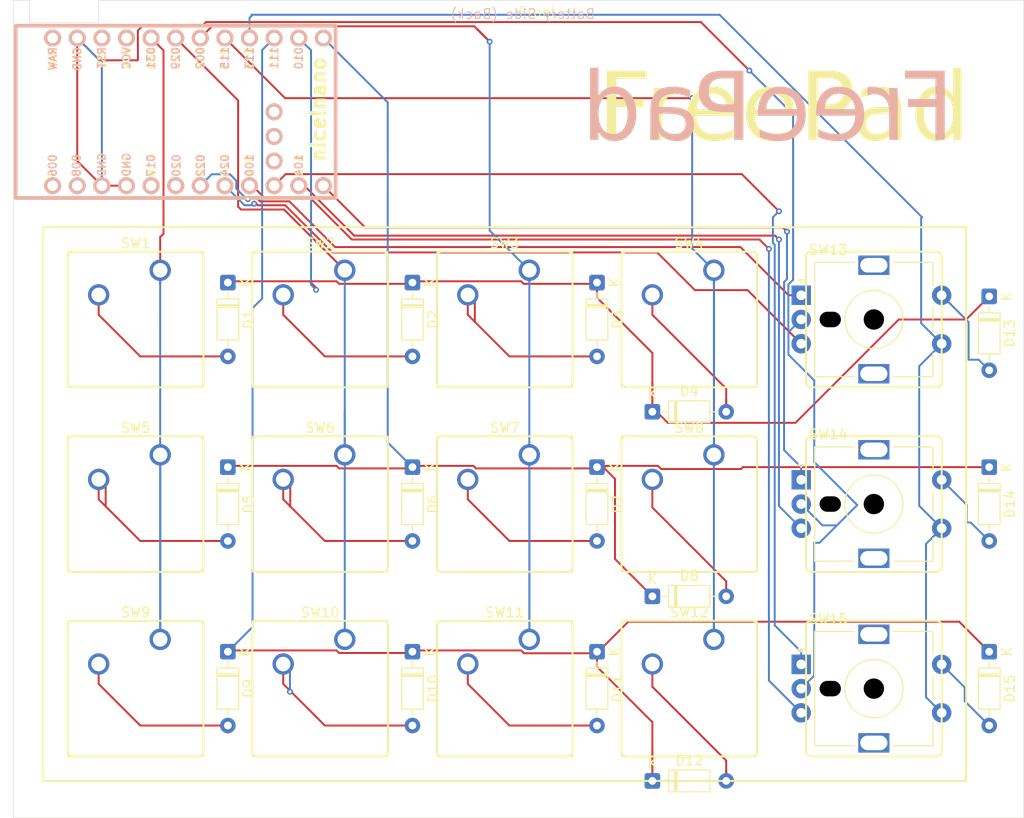
<source format=kicad_pcb>
(kicad_pcb (version 20241229) (generator "pcbnew") (generator_version "9.0")
  (layers (0 "F.Cu" signal) (2 "B.Cu" signal) (13 "F.Paste" user) (15 "B.Paste" user) (5 "F.SilkS" user "F.Silkscreen") (7 "B.SilkS" user "B.Silkscreen") (1 "F.Mask" user) (3 "B.Mask" user) (25 "Edge.Cuts" user))
  (net 0 "")
  (net 10 "Net-(D1-A)")
  (net 11 "NFC2{slash}P0.10")
  (net 12 "Net-(D2-A)")
  (net 13 "Net-(D3-A)")
  (net 14 "Net-(D4-A)")
  (net 15 "Net-(D5-A)")
  (net 16 "NFC1{slash}P0.09")
  (net 17 "Net-(D6-A)")
  (net 18 "Net-(D7-A)")
  (net 19 "Net-(D8-A)")
  (net 20 "P1.11")
  (net 21 "Net-(D9-A)")
  (net 22 "Net-(D10-A)")
  (net 23 "Net-(D11-A)")
  (net 24 "Net-(D12-A)")
  (net 25 "Net-(D13-A)")
  (net 26 "Net-(D14-A)")
  (net 27 "Net-(D15-A)")
  (net 28 "AIN7{slash}P0.31")
  (net 29 "AIN5{slash}P0.29")
  (net 30 "AIN0{slash}P0.02")
  (net 31 "P1.15")
  (net 32 "P1.02")
  (net 33 "P1.01")
  (net 34 "GND")
  (net 35 "P1.13")
  (net 36 "P1.04")
  (net 37 "P1.06")
  (net 38 "P0.11")
  (net 39 "P1.00")
  (net 40 "+")
  (footprint "Diode_THT:D_DO-35_SOD27_P7.62mm_Horizontal" (layer "F.Cu") (at 178.5938 91.44 -90)
    (property "Reference" "D10")
    (property "Value" "1N4148")
  )
  (footprint "Button_Switch_Keyboard:SW_Cherry_MX_1.00u_PCB" (layer "F.Cu") (at 152.5588 71.12)
    (property "Reference" "SW5")
    (property "Value" "SW_Push")
  )
  (footprint "Diode_THT:D_DO-35_SOD27_P7.62mm_Horizontal" (layer "F.Cu") (at 238.125 91.44 -90)
    (property "Reference" "D15")
    (property "Value" "1N4148")
  )
  (footprint "Diode_THT:D_DO-35_SOD27_P7.62mm_Horizontal" (layer "F.Cu") (at 197.6438 91.44 -90)
    (property "Reference" "D11")
    (property "Value" "1N4148")
  )
  (footprint "Diode_THT:D_DO-35_SOD27_P7.62mm_Horizontal" (layer "F.Cu") (at 159.5438 53.34 -90)
    (property "Reference" "D1")
    (property "Value" "1N4148")
  )
  (footprint "Rotary_Encoder:RotaryEncoder_Alps_EC11E-Switch_Vertical_H20mm_MountingHoles" (layer "F.Cu") (at 218.7188 54.65)
    (property "Reference" "SW13")
    (property "Value" "RotaryEncoder_Switch")
  )
  (footprint "Diode_THT:D_DO-35_SOD27_P7.62mm_Horizontal" (layer "F.Cu") (at 203.3588 104.775)
    (property "Reference" "D12")
    (property "Value" "1N4148")
  )
  (footprint "Diode_THT:D_DO-35_SOD27_P7.62mm_Horizontal" (layer "F.Cu") (at 197.6438 53.34 -90)
    (property "Reference" "D3")
    (property "Value" "1N4148")
  )
  (footprint "Diode_THT:D_DO-35_SOD27_P7.62mm_Horizontal" (layer "F.Cu") (at 178.5938 53.34 -90)
    (property "Reference" "D2")
    (property "Value" "1N4148")
  )
  (footprint "Diode_THT:D_DO-35_SOD27_P7.62mm_Horizontal" (layer "F.Cu") (at 203.3588 66.675)
    (property "Reference" "D4")
    (property "Value" "1N4148")
  )
  (footprint "Button_Switch_Keyboard:SW_Cherry_MX_1.00u_PCB" (layer "F.Cu") (at 190.6588 90.17)
    (property "Reference" "SW11")
    (property "Value" "SW_Push")
  )
  (footprint "Button_Switch_Keyboard:SW_Cherry_MX_1.00u_PCB" (layer "F.Cu") (at 209.7088 90.17)
    (property "Reference" "SW12")
    (property "Value" "SW_Push")
  )
  (footprint "Diode_THT:D_DO-35_SOD27_P7.62mm_Horizontal" (layer "F.Cu") (at 159.5438 72.39 -90)
    (property "Reference" "D5")
    (property "Value" "1N4148")
  )
  (footprint "Rotary_Encoder:RotaryEncoder_Alps_EC11E-Switch_Vertical_H20mm_MountingHoles" (layer "F.Cu") (at 218.7188 73.7)
    (property "Reference" "SW14")
    (property "Value" "RotaryEncoder_Switch")
  )
  (footprint "nice:nice_nano" (layer "F.Cu") (at 155.43 35.7187)
    (property "Reference" "U1" (hide yes))
    (property "Value" "nice_nano" (hide yes))
  )
  (footprint "Button_Switch_Keyboard:SW_Cherry_MX_1.00u_PCB" (layer "F.Cu") (at 171.6088 90.17)
    (property "Reference" "SW10")
    (property "Value" "SW_Push")
  )
  (footprint "Button_Switch_Keyboard:SW_Cherry_MX_1.00u_PCB" (layer "F.Cu") (at 190.6588 71.12)
    (property "Reference" "SW7")
    (property "Value" "SW_Push")
  )
  (footprint "Button_Switch_Keyboard:SW_Cherry_MX_1.00u_PCB" (layer "F.Cu") (at 209.7088 52.07)
    (property "Reference" "SW4")
    (property "Value" "SW_Push")
  )
  (footprint "Button_Switch_Keyboard:SW_Cherry_MX_1.00u_PCB" (layer "F.Cu") (at 190.6588 52.07)
    (property "Reference" "SW3")
    (property "Value" "SW_Push")
  )
  (footprint "Button_Switch_Keyboard:SW_Cherry_MX_1.00u_PCB" (layer "F.Cu") (at 171.6088 52.07)
    (property "Reference" "SW2")
    (property "Value" "SW_Push")
  )
  (footprint "Diode_THT:D_DO-35_SOD27_P7.62mm_Horizontal" (layer "F.Cu") (at 203.3588 85.725)
    (property "Reference" "D8")
    (property "Value" "1N4148")
  )
  (footprint "Diode_THT:D_DO-35_SOD27_P7.62mm_Horizontal" (layer "F.Cu") (at 197.6438 72.39 -90)
    (property "Reference" "D7")
    (property "Value" "1N4148")
  )
  (footprint "Diode_THT:D_DO-35_SOD27_P7.62mm_Horizontal" (layer "F.Cu") (at 238.125 54.7687 -90)
    (property "Reference" "D13")
    (property "Value" "1N4148")
  )
  (footprint "Diode_THT:D_DO-35_SOD27_P7.62mm_Horizontal" (layer "F.Cu") (at 159.5438 91.44 -90)
    (property "Reference" "D9")
    (property "Value" "1N4148")
  )
  (footprint "Button_Switch_Keyboard:SW_Cherry_MX_1.00u_PCB" (layer "F.Cu") (at 209.7088 71.12)
    (property "Reference" "SW8")
    (property "Value" "SW_Push")
  )
  (footprint "Diode_THT:D_DO-35_SOD27_P7.62mm_Horizontal" (layer "F.Cu") (at 238.125 72.39 -90)
    (property "Reference" "D14")
    (property "Value" "1N4148")
  )
  (footprint "Rotary_Encoder:RotaryEncoder_Alps_EC11E-Switch_Vertical_H20mm_MountingHoles" (layer "F.Cu") (at 218.7188 92.75)
    (property "Reference" "SW15")
    (property "Value" "RotaryEncoder_Switch")
  )
  (footprint "Button_Switch_Keyboard:SW_Cherry_MX_1.00u_PCB" (layer "F.Cu") (at 171.6088 71.12)
    (property "Reference" "SW6")
    (property "Value" "SW_Push")
  )
  (footprint "Button_Switch_Keyboard:SW_Cherry_MX_1.00u_PCB" (layer "F.Cu") (at 152.5588 90.17)
    (property "Reference" "SW9")
    (property "Value" "SW_Push")
  )
  (footprint "Button_Switch_Keyboard:SW_Cherry_MX_1.00u_PCB" (layer "F.Cu") (at 152.5588 52.07)
    (property "Reference" "SW1")
    (property "Value" "SW_Push")
  )
  (footprint "Diode_THT:D_DO-35_SOD27_P7.62mm_Horizontal" (layer "F.Cu") (at 178.5938 72.39 -90)
    (property "Reference" "D6")
    (property "Value" "1N4148")
  )
  (gr_line (start 200.16875 88.75) (end 200.16875 101.75) (stroke (width 0.2)) (layer "F.SilkS"))
  (gr_arc (start 195.11875 101.75) (mid 194.972303 102.103553) (end 194.61875 102.25) (stroke (width 0.2)) (layer "F.SilkS"))
  (gr_arc (start 232.71875 50.15) (mid 233.072303 50.296447) (end 233.21875 50.65) (stroke (width 0.2)) (layer "F.SilkS"))
  (gr_line (start 176.06875 88.75) (end 176.06875 101.75) (stroke (width 0.2)) (layer "F.SilkS"))
  (gr_line (start 214.16875 69.7) (end 214.16875 82.7) (stroke (width 0.2)) (layer "F.SilkS"))
  (gr_arc (start 176.06875 101.75) (mid 175.922303 102.103553) (end 175.56875 102.25) (stroke (width 0.2)) (layer "F.SilkS"))
  (gr_line (start 200.66875 64.15) (end 213.66875 64.15) (stroke (width 0.2)) (layer "F.SilkS"))
  (gr_arc (start 232.71875 69.2) (mid 233.072303 69.346447) (end 233.21875 69.7) (stroke (width 0.2)) (layer "F.SilkS"))
  (gr_line (start 219.71875 64.15) (end 232.71875 64.15) (stroke (width 0.2)) (layer "F.SilkS"))
  (gr_arc (start 195.11875 82.7) (mid 194.972303 83.053553) (end 194.61875 83.2) (stroke (width 0.2)) (layer "F.SilkS"))
  (gr_line (start 181.61875 69.2) (end 194.61875 69.2) (stroke (width 0.2)) (layer "F.SilkS"))
  (gr_line (start 219.21875 88.75) (end 219.21875 101.75) (stroke (width 0.2)) (layer "F.SilkS"))
  (gr_arc (start 213.66875 88.25) (mid 214.022303 88.396447) (end 214.16875 88.75) (stroke (width 0.2)) (layer "F.SilkS"))
  (gr_arc (start 181.61875 83.2) (mid 181.265197 83.053553) (end 181.11875 82.7) (stroke (width 0.2)) (layer "F.SilkS"))
  (gr_line (start 181.61875 83.2) (end 194.61875 83.2) (stroke (width 0.2)) (layer "F.SilkS"))
  (gr_arc (start 156.51875 88.25) (mid 156.872303 88.396447) (end 157.01875 88.75) (stroke (width 0.2)) (layer "F.SilkS"))
  (gr_line (start 219.21875 50.65) (end 219.21875 63.65) (stroke (width 0.2)) (layer "F.SilkS"))
  (gr_line (start 143.51875 69.2) (end 156.51875 69.2) (stroke (width 0.2)) (layer "F.SilkS"))
  (gr_arc (start 143.51875 64.15) (mid 143.165197 64.003553) (end 143.01875 63.65) (stroke (width 0.2)) (layer "F.SilkS"))
  (gr_arc (start 219.21875 88.75) (mid 219.365197 88.396447) (end 219.71875 88.25) (stroke (width 0.2)) (layer "F.SilkS"))
  (gr_line (start 162.56875 69.2) (end 175.56875 69.2) (stroke (width 0.2)) (layer "F.SilkS"))
  (gr_line (start 233.21875 88.75) (end 233.21875 101.75) (stroke (width 0.2)) (layer "F.SilkS"))
  (gr_arc (start 143.01875 88.75) (mid 143.165197 88.396447) (end 143.51875 88.25) (stroke (width 0.2)) (layer "F.SilkS"))
  (gr_line (start 162.06875 69.7) (end 162.06875 82.7) (stroke (width 0.2)) (layer "F.SilkS"))
  (gr_line (start 200.66875 102.25) (end 213.66875 102.25) (stroke (width 0.2)) (layer "F.SilkS"))
  (gr_arc (start 219.71875 102.25) (mid 219.365197 102.103553) (end 219.21875 101.75) (stroke (width 0.2)) (layer "F.SilkS"))
  (gr_line (start 143.01875 88.75) (end 143.01875 101.75) (stroke (width 0.2)) (layer "F.SilkS"))
  (gr_line (start 200.66875 88.25) (end 213.66875 88.25) (stroke (width 0.2)) (layer "F.SilkS"))
  (gr_line (start 200.16875 69.7) (end 200.16875 82.7) (stroke (width 0.2)) (layer "F.SilkS"))
  (gr_line (start 219.71875 50.15) (end 232.71875 50.15) (stroke (width 0.2)) (layer "F.SilkS"))
  (gr_arc (start 176.06875 82.7) (mid 175.922303 83.053553) (end 175.56875 83.2) (stroke (width 0.2)) (layer "F.SilkS"))
  (gr_line (start 176.06875 50.65) (end 176.06875 63.65) (stroke (width 0.2)) (layer "F.SilkS"))
  (gr_line (start 140.49375 104.775) (end 140.49375 47.625) (stroke (width 0.2)) (layer "F.SilkS"))
  (gr_line (start 162.56875 64.15) (end 175.56875 64.15) (stroke (width 0.2)) (layer "F.SilkS"))
  (gr_line (start 181.11875 88.75) (end 181.11875 101.75) (stroke (width 0.2)) (layer "F.SilkS"))
  (gr_arc (start 162.06875 88.75) (mid 162.215197 88.396447) (end 162.56875 88.25) (stroke (width 0.2)) (layer "F.SilkS"))
  (gr_line (start 235.74375 104.775) (end 235.74375 47.625) (stroke (width 0.2)) (layer "F.SilkS"))
  (gr_line (start 140.49375 47.625) (end 235.74375 47.625) (stroke (width 0.2)) (layer "F.SilkS"))
  (gr_line (start 181.61875 50.15) (end 194.61875 50.15) (stroke (width 0.2)) (layer "F.SilkS"))
  (gr_arc (start 143.01875 50.65) (mid 143.165197 50.296447) (end 143.51875 50.15) (stroke (width 0.2)) (layer "F.SilkS"))
  (gr_arc (start 219.71875 83.2) (mid 219.365197 83.053553) (end 219.21875 82.7) (stroke (width 0.2)) (layer "F.SilkS"))
  (gr_arc (start 181.11875 69.7) (mid 181.265197 69.346447) (end 181.61875 69.2) (stroke (width 0.2)) (layer "F.SilkS"))
  (gr_arc (start 219.21875 69.7) (mid 219.365197 69.346447) (end 219.71875 69.2) (stroke (width 0.2)) (layer "F.SilkS"))
  (gr_arc (start 194.61875 69.2) (mid 194.972303 69.346447) (end 195.11875 69.7) (stroke (width 0.2)) (layer "F.SilkS"))
  (gr_line (start 181.11875 50.65) (end 181.11875 63.65) (stroke (width 0.2)) (layer "F.SilkS"))
  (gr_arc (start 162.06875 69.7) (mid 162.215197 69.346447) (end 162.56875 69.2) (stroke (width 0.2)) (layer "F.SilkS"))
  (gr_arc (start 194.61875 50.15) (mid 194.972303 50.296447) (end 195.11875 50.65) (stroke (width 0.2)) (layer "F.SilkS"))
  (gr_arc (start 162.06875 50.65) (mid 162.215197 50.296447) (end 162.56875 50.15) (stroke (width 0.2)) (layer "F.SilkS"))
  (gr_line (start 143.51875 50.15) (end 156.51875 50.15) (stroke (width 0.2)) (layer "F.SilkS"))
  (gr_line (start 162.56875 102.25) (end 175.56875 102.25) (stroke (width 0.2)) (layer "F.SilkS"))
  (gr_arc (start 157.01875 82.7) (mid 156.872303 83.053553) (end 156.51875 83.2) (stroke (width 0.2)) (layer "F.SilkS"))
  (gr_arc (start 200.66875 102.25) (mid 200.315197 102.103553) (end 200.16875 101.75) (stroke (width 0.2)) (layer "F.SilkS"))
  (gr_line (start 219.21875 69.7) (end 219.21875 82.7) (stroke (width 0.2)) (layer "F.SilkS"))
  (gr_line (start 219.71875 102.25) (end 232.71875 102.25) (stroke (width 0.2)) (layer "F.SilkS"))
  (gr_line (start 143.01875 69.7) (end 143.01875 82.7) (stroke (width 0.2)) (layer "F.SilkS"))
  (gr_arc (start 214.16875 63.65) (mid 214.022303 64.003553) (end 213.66875 64.15) (stroke (width 0.2)) (layer "F.SilkS"))
  (gr_arc (start 213.66875 69.2) (mid 214.022303 69.346447) (end 214.16875 69.7) (stroke (width 0.2)) (layer "F.SilkS"))
  (gr_line (start 181.61875 64.15) (end 194.61875 64.15) (stroke (width 0.2)) (layer "F.SilkS"))
  (gr_arc (start 213.66875 50.15) (mid 214.022303 50.296447) (end 214.16875 50.65) (stroke (width 0.2)) (layer "F.SilkS"))
  (gr_line (start 200.16875 50.65) (end 200.16875 63.65) (stroke (width 0.2)) (layer "F.SilkS"))
  (gr_arc (start 162.56875 83.2) (mid 162.215197 83.053553) (end 162.06875 82.7) (stroke (width 0.2)) (layer "F.SilkS"))
  (gr_arc (start 175.56875 50.15) (mid 175.922303 50.296447) (end 176.06875 50.65) (stroke (width 0.2)) (layer "F.SilkS"))
  (gr_arc (start 214.16875 101.75) (mid 214.022303 102.103553) (end 213.66875 102.25) (stroke (width 0.2)) (layer "F.SilkS"))
  (gr_line (start 233.21875 50.65) (end 233.21875 63.65) (stroke (width 0.2)) (layer "F.SilkS"))
  (gr_arc (start 214.16875 82.7) (mid 214.022303 83.053553) (end 213.66875 83.2) (stroke (width 0.2)) (layer "F.SilkS"))
  (gr_arc (start 200.66875 64.15) (mid 200.315197 64.003553) (end 200.16875 63.65) (stroke (width 0.2)) (layer "F.SilkS"))
  (gr_line (start 195.11875 69.7) (end 195.11875 82.7) (stroke (width 0.2)) (layer "F.SilkS"))
  (gr_arc (start 181.11875 88.75) (mid 181.265197 88.396447) (end 181.61875 88.25) (stroke (width 0.2)) (layer "F.SilkS"))
  (gr_line (start 195.11875 88.75) (end 195.11875 101.75) (stroke (width 0.2)) (layer "F.SilkS"))
  (gr_arc (start 143.01875 69.7) (mid 143.165197 69.346447) (end 143.51875 69.2) (stroke (width 0.2)) (layer "F.SilkS"))
  (gr_arc (start 200.16875 50.65) (mid 200.315197 50.296447) (end 200.66875 50.15) (stroke (width 0.2)) (layer "F.SilkS"))
  (gr_line (start 219.71875 88.25) (end 232.71875 88.25) (stroke (width 0.2)) (layer "F.SilkS"))
  (gr_line (start 219.71875 69.2) (end 232.71875 69.2) (stroke (width 0.2)) (layer "F.SilkS"))
  (gr_arc (start 175.56875 88.25) (mid 175.922303 88.396447) (end 176.06875 88.75) (stroke (width 0.2)) (layer "F.SilkS"))
  (gr_line (start 162.56875 83.2) (end 175.56875 83.2) (stroke (width 0.2)) (layer "F.SilkS"))
  (gr_arc (start 162.56875 102.25) (mid 162.215197 102.103553) (end 162.06875 101.75) (stroke (width 0.2)) (layer "F.SilkS"))
  (gr_line (start 143.51875 83.2) (end 156.51875 83.2) (stroke (width 0.2)) (layer "F.SilkS"))
  (gr_arc (start 200.16875 88.75) (mid 200.315197 88.396447) (end 200.66875 88.25) (stroke (width 0.2)) (layer "F.SilkS"))
  (gr_line (start 181.11875 69.7) (end 181.11875 82.7) (stroke (width 0.2)) (layer "F.SilkS"))
  (gr_line (start 233.21875 69.7) (end 233.21875 82.7) (stroke (width 0.2)) (layer "F.SilkS"))
  (gr_arc (start 143.51875 102.25) (mid 143.165197 102.103553) (end 143.01875 101.75) (stroke (width 0.2)) (layer "F.SilkS"))
  (gr_line (start 176.06875 69.7) (end 176.06875 82.7) (stroke (width 0.2)) (layer "F.SilkS"))
  (gr_arc (start 181.61875 64.15) (mid 181.265197 64.003553) (end 181.11875 63.65) (stroke (width 0.2)) (layer "F.SilkS"))
  (gr_arc (start 233.21875 63.65) (mid 233.072303 64.003553) (end 232.71875 64.15) (stroke (width 0.2)) (layer "F.SilkS"))
  (gr_arc (start 195.11875 63.65) (mid 194.972303 64.003553) (end 194.61875 64.15) (stroke (width 0.2)) (layer "F.SilkS"))
  (gr_arc (start 175.56875 69.2) (mid 175.922303 69.346447) (end 176.06875 69.7) (stroke (width 0.2)) (layer "F.SilkS"))
  (gr_line (start 157.01875 88.75) (end 157.01875 101.75) (stroke (width 0.2)) (layer "F.SilkS"))
  (gr_arc (start 157.01875 63.65) (mid 156.872303 64.003553) (end 156.51875 64.15) (stroke (width 0.2)) (layer "F.SilkS"))
  (gr_line (start 181.61875 88.25) (end 194.61875 88.25) (stroke (width 0.2)) (layer "F.SilkS"))
  (gr_line (start 162.56875 50.15) (end 175.56875 50.15) (stroke (width 0.2)) (layer "F.SilkS"))
  (gr_line (start 162.56875 88.25) (end 175.56875 88.25) (stroke (width 0.2)) (layer "F.SilkS"))
  (gr_arc (start 232.71875 88.25) (mid 233.072303 88.396447) (end 233.21875 88.75) (stroke (width 0.2)) (layer "F.SilkS"))
  (gr_line (start 157.01875 50.65) (end 157.01875 63.65) (stroke (width 0.2)) (layer "F.SilkS"))
  (gr_line (start 195.11875 50.65) (end 195.11875 63.65) (stroke (width 0.2)) (layer "F.SilkS"))
  (gr_line (start 214.16875 50.65) (end 214.16875 63.65) (stroke (width 0.2)) (layer "F.SilkS"))
  (gr_line (start 162.06875 50.65) (end 162.06875 63.65) (stroke (width 0.2)) (layer "F.SilkS"))
  (gr_line (start 200.66875 69.2) (end 213.66875 69.2) (stroke (width 0.2)) (layer "F.SilkS"))
  (gr_arc (start 219.21875 50.65) (mid 219.365197 50.296447) (end 219.71875 50.15) (stroke (width 0.2)) (layer "F.SilkS"))
  (gr_arc (start 219.71875 64.15) (mid 219.365197 64.003553) (end 219.21875 63.65) (stroke (width 0.2)) (layer "F.SilkS"))
  (gr_arc (start 181.11875 50.65) (mid 181.265197 50.296447) (end 181.61875 50.15) (stroke (width 0.2)) (layer "F.SilkS"))
  (gr_arc (start 156.51875 69.2) (mid 156.872303 69.346447) (end 157.01875 69.7) (stroke (width 0.2)) (layer "F.SilkS"))
  (gr_arc (start 233.21875 82.7) (mid 233.072303 83.053553) (end 232.71875 83.2) (stroke (width 0.2)) (layer "F.SilkS"))
  (gr_arc (start 143.51875 83.2) (mid 143.165197 83.053553) (end 143.01875 82.7) (stroke (width 0.2)) (layer "F.SilkS"))
  (gr_line (start 143.51875 64.15) (end 156.51875 64.15) (stroke (width 0.2)) (layer "F.SilkS"))
  (gr_line (start 140.49375 104.775) (end 235.74375 104.775) (stroke (width 0.2)) (layer "F.SilkS"))
  (gr_line (start 200.66875 83.2) (end 213.66875 83.2) (stroke (width 0.2)) (layer "F.SilkS"))
  (gr_line (start 143.51875 88.25) (end 156.51875 88.25) (stroke (width 0.2)) (layer "F.SilkS"))
  (gr_arc (start 157.01875 101.75) (mid 156.872303 102.103553) (end 156.51875 102.25) (stroke (width 0.2)) (layer "F.SilkS"))
  (gr_arc (start 176.06875 63.65) (mid 175.922303 64.003553) (end 175.56875 64.15) (stroke (width 0.2)) (layer "F.SilkS"))
  (gr_line (start 143.01875 50.65) (end 143.01875 63.65) (stroke (width 0.2)) (layer "F.SilkS"))
  (gr_arc (start 156.51875 50.15) (mid 156.872303 50.296447) (end 157.01875 50.65) (stroke (width 0.2)) (layer "F.SilkS"))
  (gr_line (start 143.51875 102.25) (end 156.51875 102.25) (stroke (width 0.2)) (layer "F.SilkS"))
  (gr_arc (start 200.16875 69.7) (mid 200.315197 69.346447) (end 200.66875 69.2) (stroke (width 0.2)) (layer "F.SilkS"))
  (gr_line (start 157.01875 69.7) (end 157.01875 82.7) (stroke (width 0.2)) (layer "F.SilkS"))
  (gr_arc (start 162.56875 64.15) (mid 162.215197 64.003553) (end 162.06875 63.65) (stroke (width 0.2)) (layer "F.SilkS"))
  (gr_line (start 214.16875 88.75) (end 214.16875 101.75) (stroke (width 0.2)) (layer "F.SilkS"))
  (gr_arc (start 200.66875 83.2) (mid 200.315197 83.053553) (end 200.16875 82.7) (stroke (width 0.2)) (layer "F.SilkS"))
  (gr_arc (start 181.61875 102.25) (mid 181.265197 102.103553) (end 181.11875 101.75) (stroke (width 0.2)) (layer "F.SilkS"))
  (gr_arc (start 233.21875 101.75) (mid 233.072303 102.103553) (end 232.71875 102.25) (stroke (width 0.2)) (layer "F.SilkS"))
  (gr_line (start 162.06875 88.75) (end 162.06875 101.75) (stroke (width 0.2)) (layer "F.SilkS"))
  (gr_line (start 181.61875 102.25) (end 194.61875 102.25) (stroke (width 0.2)) (layer "F.SilkS"))
  (gr_line (start 219.71875 83.2) (end 232.71875 83.2) (stroke (width 0.2)) (layer "F.SilkS"))
  (gr_arc (start 194.61875 88.25) (mid 194.972303 88.396447) (end 195.11875 88.75) (stroke (width 0.2)) (layer "F.SilkS"))
  (gr_line (start 200.66875 50.15) (end 213.66875 50.15) (stroke (width 0.2)) (layer "F.SilkS"))
  (gr_line (start 139.1 24.2) (end 137.4 24.2) (stroke (width 0.05)) (layer "Edge.Cuts"))
  (gr_line (start 137.4 24.2) (end 137.4 108.6) (stroke (width 0.05)) (layer "Edge.Cuts"))
  (gr_line (start 241.7 27.2) (end 241.7 24.2) (stroke (width 0.05)) (layer "Edge.Cuts"))
  (gr_line (start 139.1 24.2) (end 139.1 26.5) (stroke (width 0.05)) (layer "Edge.Cuts"))
  (gr_line (start 137.4 108.6) (end 241.7 108.6) (stroke (width 0.05)) (layer "Edge.Cuts"))
  (gr_line (start 146.2 24.2) (end 146.2 26.5) (stroke (width 0.05)) (layer "Edge.Cuts"))
  (gr_line (start 139.1 26.5) (end 146.2 26.5) (stroke (width 0.05)) (layer "Edge.Cuts"))
  (gr_line (start 241.7 108.6) (end 241.7 27.2) (stroke (width 0.05)) (layer "Edge.Cuts"))
  (gr_line (start 241.7 24.2) (end 146.2 24.2) (stroke (width 0.05)) (layer "Edge.Cuts"))
  (gr_text "FreePad" (at 197.7 39.8 0) (layer "F.SilkS") (effects (font (size 7 7) (thickness 0.1)) (justify left bottom)))
  (gr_text "Front" (at 189.5 26 0) (layer "F.SilkS") (effects (font (size 1 1) (thickness 0.1)) (justify left bottom)))
  (gr_text "Battery Side (Back)" (at 197.5 26.2 0) (layer "B.SilkS") (effects (font (size 1 1) (thickness 0.1)) (justify left bottom mirror)))
  (gr_text "FreePad" (at 234.5 39.8 0) (layer "B.SilkS") (effects (font (size 7 7) (thickness 0.1)) (justify left bottom mirror)))
  (segment (start 159.5438 60.96) (end 159.544 60.96) (width 0.2) (layer "F.Cu") (net 10))
  (segment (start 146.209 54.61) (end 146.209 55.28) (width 0.2) (layer "F.Cu") (net 10))
  (segment (start 146.2088 55.2798) (end 146.2088 54.61) (width 0.2) (layer "F.Cu") (net 10))
  (segment (start 146.209 55.28) (end 146.209 56.6648) (width 0.2) (layer "F.Cu") (net 10))
  (segment (start 146.209 55.28) (end 146.2088 55.2798) (width 0.2) (layer "F.Cu") (net 10))
  (segment (start 150.504 60.96) (end 159.5438 60.96) (width 0.2) (layer "F.Cu") (net 10))
  (segment (start 146.209 56.6648) (end 150.504 60.96) (width 0.2) (layer "F.Cu") (net 10))
  (segment (start 159.675 53.209) (end 167.9819 53.209) (width 0.2) (layer "F.Cu") (net 11))
  (segment (start 203.359 66.225) (end 203.359 66.675) (width 0.2) (layer "F.Cu") (net 11))
  (segment (start 235.7437 57.15) (end 238.125 54.7687) (width 0.2) (layer "F.Cu") (net 11))
  (segment (start 197.513 53.471) (end 197.644 53.34) (width 0.2) (layer "F.Cu") (net 11))
  (segment (start 203.359 60.6121) (end 203.359 63.6435) (width 0.2) (layer "F.Cu") (net 11))
  (segment (start 159.6088 53.275) (end 159.609 53.275) (width 0.2) (layer "F.Cu") (net 11))
  (segment (start 170.766 53.209) (end 171.028 53.471) (width 0.2) (layer "F.Cu") (net 11))
  (segment (start 167.9819 53.209) (end 170.766 53.209) (width 0.2) (layer "F.Cu") (net 11))
  (segment (start 190.078 53.471) (end 197.513 53.471) (width 0.2) (layer "F.Cu") (net 11))
  (segment (start 159.609 53.275) (end 159.675 53.209) (width 0.2) (layer "F.Cu") (net 11))
  (segment (start 189.816 53.209) (end 190.078 53.471) (width 0.2) (layer "F.Cu") (net 11))
  (segment (start 228.7921 57.15) (end 235.7437 57.15) (width 0.2) (layer "F.Cu") (net 11))
  (segment (start 204.952 67.818) (end 218.1241 67.818) (width 0.2) (layer "F.Cu") (net 11))
  (segment (start 203.359 63.6435) (end 203.359 66.225) (width 0.2) (layer "F.Cu") (net 11))
  (segment (start 178.725 53.209) (end 189.816 53.209) (width 0.2) (layer "F.Cu") (net 11))
  (segment (start 203.3588 63.6437) (end 203.3588 66.675) (width 0.2) (layer "F.Cu") (net 11))
  (segment (start 159.5438 53.34) (end 159.6088 53.275) (width 0.2) (layer "F.Cu") (net 11))
  (segment (start 159.544 53.34) (end 159.609 53.275) (width 0.2) (layer "F.Cu") (net 11))
  (segment (start 197.644 54.1185) (end 197.644 54.8971) (width 0.2) (layer "F.Cu") (net 11))
  (segment (start 167.9819 53.209) (end 168.6509 53.878) (width 0.2) (layer "F.Cu") (net 11))
  (segment (start 171.028 53.471) (end 178.463 53.471) (width 0.2) (layer "F.Cu") (net 11))
  (segment (start 178.463 53.471) (end 178.594 53.34) (width 0.2) (layer "F.Cu") (net 11))
  (segment (start 178.594 53.34) (end 178.725 53.209) (width 0.2) (layer "F.Cu") (net 11))
  (segment (start 197.644 53.34) (end 197.644 54.1185) (width 0.2) (layer "F.Cu") (net 11))
  (segment (start 203.359 63.6435) (end 203.3588 63.6437) (width 0.2) (layer "F.Cu") (net 11))
  (segment (start 197.644 54.1185) (end 197.6438 54.1183) (width 0.2) (layer "F.Cu") (net 11))
  (segment (start 197.6438 54.1183) (end 197.6438 53.34) (width 0.2) (layer "F.Cu") (net 11))
  (segment (start 197.644 54.8971) (end 203.359 60.6121) (width 0.2) (layer "F.Cu") (net 11))
  (segment (start 178.5938 53.34) (end 178.594 53.34) (width 0.2) (layer "F.Cu") (net 11))
  (segment (start 168.6509 53.878) (end 168.6509 54.0856) (width 0.2) (layer "F.Cu") (net 11))
  (segment (start 218.1241 67.818) (end 228.7921 57.15) (width 0.2) (layer "F.Cu") (net 11))
  (segment (start 203.359 66.225) (end 204.952 67.818) (width 0.2) (layer "F.Cu") (net 11))
  (via (at 168.6509 54.0856) (size 0.6) (drill 0.3) (layers "F.Cu" "B.Cu") (net 11))
  (segment (start 168.13 53.5647) (end 168.13 29.3687) (width 0.2) (layer "B.Cu") (net 11))
  (segment (start 168.13 29.3687) (end 166.86 28.0987) (width 0.2) (layer "B.Cu") (net 11))
  (segment (start 168.6509 54.0856) (end 168.13 53.5647) (width 0.2) (layer "B.Cu") (net 11))
  (segment (start 165.2588 55.2798) (end 165.2588 54.61) (width 0.2) (layer "F.Cu") (net 12))
  (segment (start 169.554 60.96) (end 178.5938 60.96) (width 0.2) (layer "F.Cu") (net 12))
  (segment (start 165.259 54.61) (end 165.259 55.28) (width 0.2) (layer "F.Cu") (net 12))
  (segment (start 178.5938 60.96) (end 178.594 60.96) (width 0.2) (layer "F.Cu") (net 12))
  (segment (start 165.259 55.28) (end 165.2588 55.2798) (width 0.2) (layer "F.Cu") (net 12))
  (segment (start 165.259 56.6648) (end 169.554 60.96) (width 0.2) (layer "F.Cu") (net 12))
  (segment (start 165.259 55.28) (end 165.259 56.6648) (width 0.2) (layer "F.Cu") (net 12))
  (segment (start 197.6438 60.96) (end 197.644 60.96) (width 0.2) (layer "F.Cu") (net 13))
  (segment (start 185.033 57.3887) (end 185.0329 57.3888) (width 0.2) (layer "F.Cu") (net 13))
  (segment (start 184.309 56.6648) (end 185.0329 57.3888) (width 0.2) (layer "F.Cu") (net 13))
  (segment (start 188.604 60.96) (end 197.644 60.96) (width 0.2) (layer "F.Cu") (net 13))
  (segment (start 184.3088 54.61) (end 185.033 55.3342) (width 0.2) (layer "F.Cu") (net 13))
  (segment (start 185.033 55.3342) (end 185.033 57.3887) (width 0.2) (layer "F.Cu") (net 13))
  (segment (start 185.0329 57.3888) (end 188.604 60.96) (width 0.2) (layer "F.Cu") (net 13))
  (segment (start 184.309 54.61) (end 184.309 56.6648) (width 0.2) (layer "F.Cu") (net 13))
  (segment (start 210.9788 65.4801) (end 210.9788 66.675) (width 0.2) (layer "F.Cu") (net 14))
  (segment (start 210.979 65.4799) (end 210.979 66.675) (width 0.2) (layer "F.Cu") (net 14))
  (segment (start 203.359 54.61) (end 203.359 56.6648) (width 0.2) (layer "F.Cu") (net 14))
  (segment (start 210.979 65.4799) (end 210.9788 65.4801) (width 0.2) (layer "F.Cu") (net 14))
  (segment (start 210.979 64.2848) (end 210.979 65.4799) (width 0.2) (layer "F.Cu") (net 14))
  (segment (start 203.3588 54.61) (end 203.359 54.61) (width 0.2) (layer "F.Cu") (net 14))
  (segment (start 203.359 56.6648) (end 210.979 64.2848) (width 0.2) (layer "F.Cu") (net 14))
  (segment (start 146.9329 76.4388) (end 150.504 80.01) (width 0.2) (layer "F.Cu") (net 15))
  (segment (start 146.2088 73.66) (end 146.933 74.3842) (width 0.2) (layer "F.Cu") (net 15))
  (segment (start 146.933 74.3842) (end 146.933 76.4387) (width 0.2) (layer "F.Cu") (net 15))
  (segment (start 146.933 76.4387) (end 146.9329 76.4388) (width 0.2) (layer "F.Cu") (net 15))
  (segment (start 150.504 80.01) (end 159.544 80.01) (width 0.2) (layer "F.Cu") (net 15))
  (segment (start 146.209 73.66) (end 146.209 75.7148) (width 0.2) (layer "F.Cu") (net 15))
  (segment (start 146.209 75.7148) (end 146.9329 76.4388) (width 0.2) (layer "F.Cu") (net 15))
  (segment (start 159.5438 80.01) (end 159.544 80.01) (width 0.2) (layer "F.Cu") (net 15))
  (segment (start 238.125 72.39) (end 212.6985 72.39) (width 0.2) (layer "F.Cu") (net 16))
  (segment (start 197.644 72.39) (end 198.29 72.39) (width 0.2) (layer "F.Cu") (net 16))
  (segment (start 212.6985 72.39) (end 212.5038 72.5847) (width 0.2) (layer "F.Cu") (net 16))
  (segment (start 178.6588 72.325) (end 178.659 72.325) (width 0.2) (layer "F.Cu") (net 16))
  (segment (start 198.29 72.39) (end 198.36 72.46) (width 0.2) (layer "F.Cu") (net 16))
  (segment (start 212.5038 72.5847) (end 204.2659 72.5847) (width 0.2) (layer "F.Cu") (net 16))
  (segment (start 185.151 72.521) (end 197.513 72.521) (width 0.2) (layer "F.Cu") (net 16))
  (segment (start 203.3588 85.725) (end 203.359 85.725) (width 0.2) (layer "F.Cu") (net 16))
  (segment (start 204.2659 72.5847) (end 203.9395 72.2583) (width 0.2) (layer "F.Cu") (net 16))
  (segment (start 159.6095 72.3245) (end 159.675 72.259) (width 0.2) (layer "F.Cu") (net 16))
  (segment (start 159.6095 72.3245) (end 159.6093 72.3245) (width 0.2) (layer "F.Cu") (net 16))
  (segment (start 159.675 72.259) (end 170.766 72.259) (width 0.2) (layer "F.Cu") (net 16))
  (segment (start 199.5 81.8662) (end 203.359 85.725) (width 0.2) (layer "F.Cu") (net 16))
  (segment (start 197.5788 72.4552) (end 197.644 72.39) (width 0.2) (layer "F.Cu") (net 16))
  (segment (start 197.513 72.521) (end 197.5788 72.4552) (width 0.2) (layer "F.Cu") (net 16))
  (segment (start 159.544 72.39) (end 159.6095 72.3245) (width 0.2) (layer "F.Cu") (net 16))
  (segment (start 197.6438 72.3902) (end 197.5788 72.4552) (width 0.2) (layer "F.Cu") (net 16))
  (segment (start 198.36 72.46) (end 199.5 73.6) (width 0.2) (layer "F.Cu") (net 16))
  (segment (start 178.659 72.325) (end 178.725 72.259) (width 0.2) (layer "F.Cu") (net 16))
  (segment (start 197.6438 72.39) (end 197.6438 72.3902) (width 0.2) (layer "F.Cu") (net 16))
  (segment (start 178.5938 72.39) (end 178.6588 72.325) (width 0.2) (layer "F.Cu") (net 16))
  (segment (start 178.463 72.521) (end 178.659 72.325) (width 0.2) (layer "F.Cu") (net 16))
  (segment (start 203.9395 72.2583) (end 198.5617 72.2583) (width 0.2) (layer "F.Cu") (net 16))
  (segment (start 198.5617 72.2583) (end 198.36 72.46) (width 0.2) (layer "F.Cu") (net 16))
  (segment (start 199.5 73.6) (end 199.5 81.8662) (width 0.2) (layer "F.Cu") (net 16))
  (segment (start 170.766 72.259) (end 171.028 72.521) (width 0.2) (layer "F.Cu") (net 16))
  (segment (start 178.725 72.259) (end 184.889 72.259) (width 0.2) (layer "F.Cu") (net 16))
  (segment (start 184.889 72.259) (end 185.151 72.521) (width 0.2) (layer "F.Cu") (net 16))
  (segment (start 159.6093 72.3245) (end 159.5438 72.39) (width 0.2) (layer "F.Cu") (net 16))
  (segment (start 171.028 72.521) (end 178.463 72.521) (width 0.2) (layer "F.Cu") (net 16))
  (segment (start 176.0446 69.8408) (end 178.5938 72.39) (width 0.2) (layer "B.Cu") (net 16))
  (segment (start 176.0446 34.7433) (end 176.0446 69.8408) (width 0.2) (layer "B.Cu") (net 16))
  (segment (start 169.4 28.0987) (end 176.0446 34.7433) (width 0.2) (layer "B.Cu") (net 16))
  (segment (start 165.983 74.3842) (end 165.983 76.4387) (width 0.2) (layer "F.Cu") (net 17))
  (segment (start 165.983 76.4387) (end 165.9829 76.4388) (width 0.2) (layer "F.Cu") (net 17))
  (segment (start 165.259 73.66) (end 165.259 75.7148) (width 0.2) (layer "F.Cu") (net 17))
  (segment (start 165.2588 73.66) (end 165.983 74.3842) (width 0.2) (layer "F.Cu") (net 17))
  (segment (start 169.554 80.01) (end 178.5938 80.01) (width 0.2) (layer "F.Cu") (net 17))
  (segment (start 165.259 75.7148) (end 165.9829 76.4388) (width 0.2) (layer "F.Cu") (net 17))
  (segment (start 178.5938 80.01) (end 178.594 80.01) (width 0.2) (layer "F.Cu") (net 17))
  (segment (start 165.9829 76.4388) (end 169.554 80.01) (width 0.2) (layer "F.Cu") (net 17))
  (segment (start 184.3088 74.3298) (end 184.3088 73.66) (width 0.2) (layer "F.Cu") (net 18))
  (segment (start 184.309 74.33) (end 184.309 75.7148) (width 0.2) (layer "F.Cu") (net 18))
  (segment (start 184.309 73.66) (end 184.309 74.33) (width 0.2) (layer "F.Cu") (net 18))
  (segment (start 184.309 75.7148) (end 188.604 80.01) (width 0.2) (layer "F.Cu") (net 18))
  (segment (start 188.604 80.01) (end 197.6438 80.01) (width 0.2) (layer "F.Cu") (net 18))
  (segment (start 197.6438 80.01) (end 197.644 80.01) (width 0.2) (layer "F.Cu") (net 18))
  (segment (start 184.309 74.33) (end 184.3088 74.3298) (width 0.2) (layer "F.Cu") (net 18))
  (segment (start 210.9788 84.9521) (end 210.9788 85.725) (width 0.2) (layer "F.Cu") (net 19))
  (segment (start 203.359 76.5588) (end 210.979 84.1788) (width 0.2) (layer "F.Cu") (net 19))
  (segment (start 203.3588 73.66) (end 203.359 73.66) (width 0.2) (layer "F.Cu") (net 19))
  (segment (start 210.979 84.1788) (end 210.979 84.9519) (width 0.2) (layer "F.Cu") (net 19))
  (segment (start 203.359 73.66) (end 203.359 76.5588) (width 0.2) (layer "F.Cu") (net 19))
  (segment (start 210.979 84.9519) (end 210.979 85.725) (width 0.2) (layer "F.Cu") (net 19))
  (segment (start 210.979 84.9519) (end 210.9788 84.9521) (width 0.2) (layer "F.Cu") (net 19))
  (segment (start 200.8735 88.3407) (end 197.644 91.5702) (width 0.2) (layer "F.Cu") (net 20))
  (segment (start 203.359 98.7121) (end 203.359 101.7435) (width 0.2) (layer "F.Cu") (net 20))
  (segment (start 178.5288 91.5052) (end 178.725 91.309) (width 0.2) (layer "F.Cu") (net 20))
  (segment (start 159.6095 91.3745) (end 159.6093 91.3745) (width 0.2) (layer "F.Cu") (net 20))
  (segment (start 178.5938 91.44) (end 178.5938 91.4402) (width 0.2) (layer "F.Cu") (net 20))
  (segment (start 170.766 91.309) (end 171.028 91.571) (width 0.2) (layer "F.Cu") (net 20))
  (segment (start 189.816 91.309) (end 190.107 91.6) (width 0.2) (layer "F.Cu") (net 20))
  (segment (start 178.463 91.571) (end 178.5288 91.5052) (width 0.2) (layer "F.Cu") (net 20))
  (segment (start 238.125 91.44) (end 235.0257 88.3407) (width 0.2) (layer "F.Cu") (net 20))
  (segment (start 197.644 92.9971) (end 203.359 98.7121) (width 0.2) (layer "F.Cu") (net 20))
  (segment (start 178.725 91.309) (end 189.816 91.309) (width 0.2) (layer "F.Cu") (net 20))
  (segment (start 203.3588 101.7437) (end 203.3588 104.775) (width 0.2) (layer "F.Cu") (net 20))
  (segment (start 171.028 91.571) (end 178.463 91.571) (width 0.2) (layer "F.Cu") (net 20))
  (segment (start 197.484 91.6) (end 197.644 91.44) (width 0.2) (layer "F.Cu") (net 20))
  (segment (start 178.5938 91.4402) (end 178.5288 91.5052) (width 0.2) (layer "F.Cu") (net 20))
  (segment (start 190.107 91.6) (end 197.484 91.6) (width 0.2) (layer "F.Cu") (net 20))
  (segment (start 197.644 91.5051) (end 197.6438 91.5049) (width 0.2) (layer "F.Cu") (net 20))
  (segment (start 159.6093 91.3745) (end 159.5438 91.44) (width 0.2) (layer "F.Cu") (net 20))
  (segment (start 159.6095 91.3745) (end 159.675 91.309) (width 0.2) (layer "F.Cu") (net 20))
  (segment (start 159.675 91.309) (end 170.766 91.309) (width 0.2) (layer "F.Cu") (net 20))
  (segment (start 197.644 91.5051) (end 197.644 91.5702) (width 0.2) (layer "F.Cu") (net 20))
  (segment (start 197.644 91.44) (end 197.644 91.5051) (width 0.2) (layer "F.Cu") (net 20))
  (segment (start 203.359 101.7435) (end 203.359 104.775) (width 0.2) (layer "F.Cu") (net 20))
  (segment (start 197.6438 91.5049) (end 197.6438 91.44) (width 0.2) (layer "F.Cu") (net 20))
  (segment (start 235.0257 88.3407) (end 200.8735 88.3407) (width 0.2) (layer "F.Cu") (net 20))
  (segment (start 197.644 91.5702) (end 197.644 92.9971) (width 0.2) (layer "F.Cu") (net 20))
  (segment (start 159.544 91.44) (end 159.6095 91.3745) (width 0.2) (layer "F.Cu") (net 20))
  (segment (start 203.359 101.7435) (end 203.3588 101.7437) (width 0.2) (layer "F.Cu") (net 20))
  (segment (start 163.0828 54.988) (end 162.0931 55.9777) (width 0.2) (layer "B.Cu") (net 20))
  (segment (start 162.0931 88.8907) (end 159.5438 91.44) (width 0.2) (layer "B.Cu") (net 20))
  (segment (start 163.0828 29.3359) (end 163.0828 54.988) (width 0.2) (layer "B.Cu") (net 20))
  (segment (start 164.32 28.0987) (end 163.0828 29.3359) (width 0.2) (layer "B.Cu") (net 20))
  (segment (start 162.0931 55.9777) (end 162.0931 88.8907) (width 0.2) (layer "B.Cu") (net 20))
  (segment (start 150.504 99.06) (end 159.5438 99.06) (width 0.2) (layer "F.Cu") (net 21))
  (segment (start 146.209 92.71) (end 146.209 94.7648) (width 0.2) (layer "F.Cu") (net 21))
  (segment (start 146.2088 92.71) (end 146.209 92.71) (width 0.2) (layer "F.Cu") (net 21))
  (segment (start 159.5438 99.06) (end 159.544 99.06) (width 0.2) (layer "F.Cu") (net 21))
  (segment (start 146.209 94.7648) (end 150.504 99.06) (width 0.2) (layer "F.Cu") (net 21))
  (segment (start 165.259 92.71) (end 165.259 94.7648) (width 0.2) (layer "F.Cu") (net 22))
  (segment (start 165.259 94.7648) (end 165.8692 95.375) (width 0.2) (layer "F.Cu") (net 22))
  (segment (start 178.5938 99.06) (end 178.594 99.06) (width 0.2) (layer "F.Cu") (net 22))
  (segment (start 165.8692 95.375) (end 169.554 99.06) (width 0.2) (layer "F.Cu") (net 22))
  (segment (start 165.8692 95.4875) (end 165.8692 95.375) (width 0.2) (layer "F.Cu") (net 22))
  (segment (start 169.554 99.06) (end 178.5938 99.06) (width 0.2) (layer "F.Cu") (net 22))
  (segment (start 165.9538 95.5721) (end 165.8692 95.4875) (width 0.2) (layer "F.Cu") (net 22))
  (via (at 165.9538 95.5721) (size 0.6) (drill 0.3) (layers "F.Cu" "B.Cu") (net 22))
  (segment (start 165.9538 93.405) (end 165.9538 95.5721) (width 0.2) (layer "B.Cu") (net 22))
  (segment (start 165.2588 92.71) (end 165.9538 93.405) (width 0.2) (layer "B.Cu") (net 22))
  (segment (start 184.3088 93.3798) (end 184.3088 92.71) (width 0.2) (layer "F.Cu") (net 23))
  (segment (start 184.309 93.38) (end 184.309 94.7648) (width 0.2) (layer "F.Cu") (net 23))
  (segment (start 197.6438 99.06) (end 197.644 99.06) (width 0.2) (layer "F.Cu") (net 23))
  (segment (start 184.309 92.71) (end 184.309 93.38) (width 0.2) (layer "F.Cu") (net 23))
  (segment (start 184.309 94.7648) (end 188.604 99.06) (width 0.2) (layer "F.Cu") (net 23))
  (segment (start 188.604 99.06) (end 197.6438 99.06) (width 0.2) (layer "F.Cu") (net 23))
  (segment (start 184.309 93.38) (end 184.3088 93.3798) (width 0.2) (layer "F.Cu") (net 23))
  (segment (start 210.979 103.727) (end 210.9788 103.7272) (width 0.2) (layer "F.Cu") (net 24))
  (segment (start 203.359 92.71) (end 203.359 93.38) (width 0.2) (layer "F.Cu") (net 24))
  (segment (start 210.9788 103.7272) (end 210.9788 104.775) (width 0.2) (layer "F.Cu") (net 24))
  (segment (start 203.359 93.38) (end 203.3588 93.3798) (width 0.2) (layer "F.Cu") (net 24))
  (segment (start 210.979 102.679) (end 210.979 103.727) (width 0.2) (layer "F.Cu") (net 24))
  (segment (start 203.3588 93.3798) (end 203.3588 92.71) (width 0.2) (layer "F.Cu") (net 24))
  (segment (start 210.979 103.727) (end 210.979 104.775) (width 0.2) (layer "F.Cu") (net 24))
  (segment (start 203.359 95.0588) (end 210.979 102.679) (width 0.2) (layer "F.Cu") (net 24))
  (segment (start 203.359 93.38) (end 203.359 95.0588) (width 0.2) (layer "F.Cu") (net 24))
  (segment (start 236 61.3) (end 237.036 61.3) (width 0.2) (layer "B.Cu") (net 25))
  (segment (start 233.219 54.65) (end 236 57.4312) (width 0.2) (layer "B.Cu") (net 25))
  (segment (start 233.2188 54.65) (end 233.219 54.65) (width 0.2) (layer "B.Cu") (net 25))
  (segment (start 238.125 62.3887) (end 238.125 62.3888) (width 0.2) (layer "B.Cu") (net 25))
  (segment (start 237.036 61.3) (end 238.125 62.3888) (width 0.2) (layer "B.Cu") (net 25))
  (segment (start 236 57.4312) (end 236 61.3) (width 0.2) (layer "B.Cu") (net 25))
  (segment (start 236.215 78.1) (end 238.125 80.01) (width 0.2) (layer "B.Cu") (net 26))
  (segment (start 233.2188 73.7) (end 233.219 73.7) (width 0.2) (layer "B.Cu") (net 26))
  (segment (start 235.8 78.1) (end 236.215 78.1) (width 0.2) (layer "B.Cu") (net 26))
  (segment (start 233.219 73.7) (end 235.8 76.2812) (width 0.2) (layer "B.Cu") (net 26))
  (segment (start 235.8 76.2812) (end 235.8 78.1) (width 0.2) (layer "B.Cu") (net 26))
  (segment (start 235.6 96.535) (end 238.125 99.06) (width 0.2) (layer "B.Cu") (net 27))
  (segment (start 235.6 95.1312) (end 235.6 96.535) (width 0.2) (layer "B.Cu") (net 27))
  (segment (start 233.2188 92.75) (end 233.219 92.75) (width 0.2) (layer "B.Cu") (net 27))
  (segment (start 233.219 92.75) (end 235.6 95.1312) (width 0.2) (layer "B.Cu") (net 27))
  (segment (start 152.9 48.3) (end 152.559 48.6412) (width 0.2) (layer "F.Cu") (net 28))
  (segment (start 152.9 29.3788) (end 152.9 48.3) (width 0.2) (layer "F.Cu") (net 28))
  (segment (start 152.5588 52.07) (end 152.559 52.07) (width 0.2) (layer "F.Cu") (net 28))
  (segment (start 152.559 48.6412) (end 152.559 52.07) (width 0.2) (layer "F.Cu") (net 28))
  (segment (start 151.62 28.0988) (end 152.9 29.3788) (width 0.2) (layer "F.Cu") (net 28))
  (segment (start 151.62 28.0987) (end 151.62 28.0988) (width 0.2) (layer "F.Cu") (net 28))
  (segment (start 152.5705 71.1317) (end 152.5588 71.12) (width 0.2) (layer "B.Cu") (net 28))
  (segment (start 152.559 53.435) (end 152.559 90.17) (width 0.2) (layer "B.Cu") (net 28))
  (segment (start 152.5588 90.17) (end 152.559 90.17) (width 0.2) (layer "B.Cu") (net 28))
  (segment (start 152.5588 53.4348) (end 152.5588 52.07) (width 0.2) (layer "B.Cu") (net 28))
  (segment (start 152.5705 90.1585) (end 152.5705 71.1317) (width 0.2) (layer "B.Cu") (net 28))
  (segment (start 152.559 52.07) (end 152.559 53.435) (width 0.2) (layer "B.Cu") (net 28))
  (segment (start 152.559 90.17) (end 152.5705 90.1585) (width 0.2) (layer "B.Cu") (net 28))
  (segment (start 152.559 53.435) (end 152.5588 53.4348) (width 0.2) (layer "B.Cu") (net 28))
  (segment (start 165.339 45.8) (end 170.9747 51.4357) (width 0.2) (layer "F.Cu") (net 29))
  (segment (start 154.16 28.0987) (end 154.16 28.0988) (width 0.2) (layer "F.Cu") (net 29))
  (segment (start 171.6088 52.0698) (end 171.6088 52.07) (width 0.2) (layer "F.Cu") (net 29))
  (segment (start 170.9747 51.4357) (end 171.609 52.07) (width 0.2) (layer "F.Cu") (net 29))
  (segment (start 154.16 28.0988) (end 160.603 34.5414) (width 0.2) (layer "F.Cu") (net 29))
  (segment (start 160.9 45.8) (end 165.339 45.8) (width 0.2) (layer "F.Cu") (net 29))
  (segment (start 170.9747 51.4357) (end 171.6088 52.0698) (width 0.2) (layer "F.Cu") (net 29))
  (segment (start 160.603 34.5414) (end 160.603 45.5027) (width 0.2) (layer "F.Cu") (net 29))
  (segment (start 160.603 45.5027) (end 160.9 45.8) (width 0.2) (layer "F.Cu") (net 29))
  (segment (start 171.609 66.675) (end 171.609 71.1198) (width 0.2) (layer "B.Cu") (net 29))
  (segment (start 171.609 52.07) (end 171.609 66.675) (width 0.2) (layer "B.Cu") (net 29))
  (segment (start 171.6088 52.07) (end 171.609 52.07) (width 0.2) (layer "B.Cu") (net 29))
  (segment (start 171.609 71.1198) (end 171.6088 71.12) (width 0.2) (layer "B.Cu") (net 29))
  (segment (start 171.6088 90.17) (end 171.609 90.17) (width 0.2) (layer "B.Cu") (net 29))
  (segment (start 171.609 66.675) (end 171.609 90.17) (width 0.2) (layer "B.Cu") (net 29))
  (segment (start 184.9796 26.8881) (end 185.2636 27.1721) (width 0.2) (layer "F.Cu") (net 30))
  (segment (start 156.7 28.0987) (end 157.9106 26.8881) (width 0.2) (layer "F.Cu") (net 30))
  (segment (start 186.5657 28.4742) (end 185.2636 27.1721) (width 0.2) (layer "F.Cu") (net 30))
  (segment (start 185.2636 27.1721) (end 186.5657 28.4742) (width 0.2) (layer "F.Cu") (net 30))
  (segment (start 157.9106 26.8881) (end 184.9796 26.8881) (width 0.2) (layer "F.Cu") (net 30))
  (segment (start 185.2636 27.1721) (end 186.5657 28.4742) (width 0.2) (layer "F.Cu") (net 30))
  (via (at 186.5657 28.4742) (size 0.6) (drill 0.3) (layers "F.Cu" "B.Cu") (net 30))
  (segment (start 186.5657 28.4742) (end 186.5657 47.9769) (width 0.2) (layer "B.Cu") (net 30))
  (segment (start 190.659 52.07) (end 190.659 53.435) (width 0.2) (layer "B.Cu") (net 30))
  (segment (start 190.6588 53.4348) (end 190.6588 52.07) (width 0.2) (layer "B.Cu") (net 30))
  (segment (start 190.6705 71.1317) (end 190.6588 71.12) (width 0.2) (layer "B.Cu") (net 30))
  (segment (start 186.5657 47.9769) (end 190.6588 52.07) (width 0.2) (layer "B.Cu") (net 30))
  (segment (start 190.659 53.435) (end 190.6588 53.4348) (width 0.2) (layer "B.Cu") (net 30))
  (segment (start 190.6588 90.17) (end 190.659 90.17) (width 0.2) (layer "B.Cu") (net 30))
  (segment (start 190.6705 90.1585) (end 190.6705 71.1317) (width 0.2) (layer "B.Cu") (net 30))
  (segment (start 190.659 90.17) (end 190.6705 90.1585) (width 0.2) (layer "B.Cu") (net 30))
  (segment (start 190.659 53.435) (end 190.659 90.17) (width 0.2) (layer "B.Cu") (net 30))
  (segment (start 165.4501 34.3088) (end 159.24 28.0987) (width 0.2) (layer "F.Cu") (net 31))
  (segment (start 207.4663 34.3088) (end 165.4501 34.3088) (width 0.2) (layer "F.Cu") (net 31))
  (via (at 207.4663 34.3088) (size 0.6) (drill 0.3) (layers "F.Cu" "B.Cu") (net 31))
  (segment (start 209.709 88.3975) (end 209.709 90.17) (width 0.2) (layer "B.Cu") (net 31))
  (segment (start 209.7088 52.07) (end 207.4663 49.8275) (width 0.2) (layer "B.Cu") (net 31))
  (segment (start 209.7088 52.07) (end 209.7205 52.0817) (width 0.2) (layer "B.Cu") (net 31))
  (segment (start 209.7205 52.0817) (end 209.7205 71.1083) (width 0.2) (layer "B.Cu") (net 31))
  (segment (start 209.709 53.435) (end 209.7088 53.4348) (width 0.2) (layer "B.Cu") (net 31))
  (segment (start 209.7205 71.1083) (end 209.7088 71.12) (width 0.2) (layer "B.Cu") (net 31))
  (segment (start 209.7088 88.3977) (end 209.7088 90.17) (width 0.2) (layer "B.Cu") (net 31))
  (segment (start 207.4663 49.8275) (end 207.4663 34.3088) (width 0.2) (layer "B.Cu") (net 31))
  (segment (start 209.709 88.3975) (end 209.7088 88.3977) (width 0.2) (layer "B.Cu") (net 31))
  (segment (start 209.7088 53.4348) (end 209.7088 52.07) (width 0.2) (layer "B.Cu") (net 31))
  (segment (start 209.709 53.435) (end 209.709 88.3975) (width 0.2) (layer "B.Cu") (net 31))
  (segment (start 209.709 52.07) (end 209.709 53.435) (width 0.2) (layer "B.Cu") (net 31))
  (segment (start 218.7188 54.65) (end 217.4171 54.65) (width 0.2) (layer "F.Cu") (net 32))
  (segment (start 162.4694 44.5561) (end 162.8711 44.9578) (width 0.2) (layer "F.Cu") (net 32))
  (segment (start 162.8711 44.9578) (end 165.8942 44.9578) (width 0.2) (layer "F.Cu") (net 32))
  (segment (start 212.4417 49.6746) (end 217.4171 54.65) (width 0.2) (layer "F.Cu") (net 32))
  (segment (start 161.6024 44.7202) (end 161.7665 44.5561) (width 0.2) (layer "F.Cu") (net 32))
  (segment (start 170.611 49.6746) (end 212.4417 49.6746) (width 0.2) (layer "F.Cu") (net 32))
  (segment (start 161.7665 44.5561) (end 162.4694 44.5561) (width 0.2) (layer "F.Cu") (net 32))
  (segment (start 165.8942 44.9578) (end 170.611 49.6746) (width 0.2) (layer "F.Cu") (net 32))
  (via (at 161.6024 44.7202) (size 0.6) (drill 0.3) (layers "F.Cu" "B.Cu") (net 32))
  (segment (start 160.418 42.8201) (end 160.418 43.6518) (width 0.2) (layer "B.Cu") (net 32))
  (segment (start 156.7 43.3387) (end 157.878 42.1607) (width 0.2) (layer "B.Cu") (net 32))
  (segment (start 157.878 42.1607) (end 159.7586 42.1607) (width 0.2) (layer "B.Cu") (net 32))
  (segment (start 159.7586 42.1607) (end 160.418 42.8201) (width 0.2) (layer "B.Cu") (net 32))
  (segment (start 160.418 43.6518) (end 161.4864 44.7202) (width 0.2) (layer "B.Cu") (net 32))
  (segment (start 161.4864 44.7202) (end 161.6024 44.7202) (width 0.2) (layer "B.Cu") (net 32))
  (segment (start 203.856 50.2307) (end 207.745 54.1197) (width 0.2) (layer "F.Cu") (net 33))
  (segment (start 213.1885 54.1197) (end 218.7188 59.65) (width 0.2) (layer "F.Cu") (net 33))
  (segment (start 207.745 54.1197) (end 213.1885 54.1197) (width 0.2) (layer "F.Cu") (net 33))
  (segment (start 165.4666 45.3595) (end 170.3378 50.2307) (width 0.2) (layer "F.Cu") (net 33))
  (segment (start 162.4825 45.1972) (end 162.6448 45.3595) (width 0.2) (layer "F.Cu") (net 33))
  (segment (start 162.4825 45.1972) (end 162.2594 45.1972) (width 0.2) (layer "F.Cu") (net 33))
  (segment (start 170.3378 50.2307) (end 203.856 50.2307) (width 0.2) (layer "F.Cu") (net 33))
  (segment (start 162.6448 45.3595) (end 165.4666 45.3595) (width 0.2) (layer "F.Cu") (net 33))
  (via (at 162.2594 45.1972) (size 0.6) (drill 0.3) (layers "F.Cu" "B.Cu") (net 33))
  (segment (start 159.24 43.3387) (end 161.2581 45.3568) (width 0.2) (layer "B.Cu") (net 33))
  (segment (start 162.0998 45.3568) (end 162.2594 45.1972) (width 0.2) (layer "B.Cu") (net 33))
  (segment (start 161.2581 45.3568) (end 162.0998 45.3568) (width 0.2) (layer "B.Cu") (net 33))
  (segment (start 144 28.0988) (end 144 40.7988) (width 0.2) (layer "F.Cu") (net 34))
  (segment (start 150.7 26.8883) (end 156.8486 26.8883) (width 0.2) (layer "F.Cu") (net 34))
  (segment (start 156.8486 26.8883) (end 157.2829 26.454) (width 0.2) (layer "F.Cu") (net 34))
  (segment (start 150.2573 30.3427) (end 150.2573 27.331) (width 0.2) (layer "F.Cu") (net 34))
  (segment (start 144 40.7988) (end 146.54 43.3388) (width 0.2) (layer "F.Cu") (net 34))
  (segment (start 146.54 43.3388) (end 149.08 43.3388) (width 0.2) (layer "F.Cu") (net 34))
  (segment (start 150.2 30.4) (end 150.2573 30.3427) (width 0.2) (layer "F.Cu") (net 34))
  (segment (start 146.54 43.3387) (end 146.54 43.3388) (width 0.2) (layer "F.Cu") (net 34))
  (segment (start 146.3013 30.4) (end 150.2 30.4) (width 0.2) (layer "F.Cu") (net 34))
  (segment (start 149.08 43.3387) (end 149.08 43.3388) (width 0.2) (layer "F.Cu") (net 34))
  (segment (start 157.2829 26.454) (end 208.3655 26.454) (width 0.2) (layer "F.Cu") (net 34))
  (segment (start 150.2573 27.331) (end 150.7 26.8883) (width 0.2) (layer "F.Cu") (net 34))
  (segment (start 208.3655 26.454) (end 213.3705 31.459) (width 0.2) (layer "F.Cu") (net 34))
  (segment (start 144 28.0987) (end 146.3013 30.4) (width 0.2) (layer "F.Cu") (net 34))
  (via (at 213.3705 31.459) (size 0.6) (drill 0.3) (layers "F.Cu" "B.Cu") (net 34))
  (segment (start 224.5 76.3) (end 222.4 78.4) (width 0.2) (layer "B.Cu") (net 34))
  (segment (start 217.4044 60.7788) (end 220.0689 63.4433) (width 0.2) (layer "B.Cu") (net 34))
  (segment (start 218.7188 57.15) (end 217.5194 58.3494) (width 0.2) (layer "B.Cu") (net 34))
  (segment (start 144 28.0987) (end 146.54 30.6387) (width 0.2) (layer "B.Cu") (net 34))
  (segment (start 218.7188 76.2) (end 220.9188 78.4) (width 0.2) (layer "B.Cu") (net 34))
  (segment (start 220.9188 78.4) (end 222.4 78.4) (width 0.2) (layer "B.Cu") (net 34))
  (segment (start 217.883 53.0591) (end 217.883 35.9715) (width 0.2) (layer "B.Cu") (net 34))
  (segment (start 146.54 30.6387) (end 146.54 43.3387) (width 0.2) (layer "B.Cu") (net 34))
  (segment (start 220.0689 70.6) (end 220.0689 71.8689) (width 0.2) (layer "B.Cu") (net 34))
  (segment (start 217.4543 58.3494) (end 217.4044 58.3993) (width 0.2) (layer "B.Cu") (net 34))
  (segment (start 220.0689 93.8999) (end 220.0689 80.2) (width 0.2) (layer "B.Cu") (net 34))
  (segment (start 217.4543 58.3494) (end 217.3937 58.2888) (width 0.2) (layer "B.Cu") (net 34))
  (segment (start 217.3937 58.2888) (end 217.3937 53.5484) (width 0.2) (layer "B.Cu") (net 34))
  (segment (start 217.5194 58.3494) (end 217.4543 58.3494) (width 0.2) (layer "B.Cu") (net 34))
  (segment (start 218.7188 95.25) (end 220.0689 93.8999) (width 0.2) (layer "B.Cu") (net 34))
  (segment (start 217.4044 58.3993) (end 217.4044 60.7788) (width 0.2) (layer "B.Cu") (net 34))
  (segment (start 220.0689 71.8689) (end 224.5 76.3) (width 0.2) (layer "B.Cu") (net 34))
  (segment (start 222.4 78.4) (end 220.6 80.2) (width 0.2) (layer "B.Cu") (net 34))
  (segment (start 220.0689 63.4433) (end 220.0689 70.6) (width 0.2) (layer "B.Cu") (net 34))
  (segment (start 217.883 35.9715) (end 213.3705 31.459) (width 0.2) (layer "B.Cu") (net 34))
  (segment (start 217.3937 53.5484) (end 217.883 53.0591) (width 0.2) (layer "B.Cu") (net 34))
  (segment (start 220.6 80.2) (end 220.0689 80.2) (width 0.2) (layer "B.Cu") (net 34))
  (segment (start 233.2188 78.7001) (end 233.2188 78.7) (width 0.2) (layer "B.Cu") (net 35))
  (segment (start 232.4095 79.5094) (end 233.219 78.7) (width 0.2) (layer "B.Cu") (net 35))
  (segment (start 233.2188 59.65) (end 233.2189 59.6499) (width 0.2) (layer "B.Cu") (net 35))
  (segment (start 233.219 59.65) (end 233.2189 59.6499) (width 0.2) (layer "B.Cu") (net 35))
  (segment (start 232.4095 96.9406) (end 233.2188 97.7499) (width 0.2) (layer "B.Cu") (net 35))
  (segment (start 162 25.7) (end 162 25.8) (width 0.2) (layer "B.Cu") (net 35))
  (segment (start 231.6 80.3188) (end 232.4095 79.5094) (width 0.2) (layer "B.Cu") (net 35))
  (segment (start 161.78 26.02) (end 161.78 28.0987) (width 0.2) (layer "B.Cu") (net 35))
  (segment (start 232.4095 79.5094) (end 233.2188 78.7001) (width 0.2) (layer "B.Cu") (net 35))
  (segment (start 210.3 25.7) (end 162 25.7) (width 0.2) (layer "B.Cu") (net 35))
  (segment (start 231.6 96.1312) (end 231.6 80.3188) (width 0.2) (layer "B.Cu") (net 35))
  (segment (start 232.4095 96.9406) (end 231.6 96.1312) (width 0.2) (layer "B.Cu") (net 35))
  (segment (start 231.2 46.6) (end 210.3 25.7) (width 0.2) (layer "B.Cu") (net 35))
  (segment (start 233.2189 59.6499) (end 231.1 57.5312) (width 0.2) (layer "B.Cu") (net 35))
  (segment (start 233.219 97.75) (end 232.4095 96.9406) (width 0.2) (layer "B.Cu") (net 35))
  (segment (start 230.9 61.9688) (end 233.219 59.65) (width 0.2) (layer "B.Cu") (net 35))
  (segment (start 231.1 57.5312) (end 231.1 46.7) (width 0.2) (layer "B.Cu") (net 35))
  (segment (start 233.219 78.7) (end 230.9 76.3812) (width 0.2) (layer "B.Cu") (net 35))
  (segment (start 230.9 76.3812) (end 230.9 61.9688) (width 0.2) (layer "B.Cu") (net 35))
  (segment (start 233.2188 97.7499) (end 233.2188 97.75) (width 0.2) (layer "B.Cu") (net 35))
  (segment (start 231.1 46.7) (end 231.2 46.6) (width 0.2) (layer "B.Cu") (net 35))
  (segment (start 162 25.8) (end 161.78 26.02) (width 0.2) (layer "B.Cu") (net 35))
  (segment (start 161.78 28.0987) (end 161.78 28.0988) (width 0.2) (layer "B.Cu") (net 35))
  (segment (start 172.5829 48.4936) (end 167.428 43.3387) (width 0.2) (layer "F.Cu") (net 36))
  (segment (start 216.4237 48.8953) (end 216.022 48.4936) (width 0.2) (layer "F.Cu") (net 36))
  (segment (start 216.022 48.4936) (end 172.5829 48.4936) (width 0.2) (layer "F.Cu") (net 36))
  (segment (start 167.428 43.3387) (end 166.86 43.3387) (width 0.2) (layer "F.Cu") (net 36))
  (via (at 216.4237 48.8953) (size 0.6) (drill 0.3) (layers "F.Cu" "B.Cu") (net 36))
  (segment (start 216.4237 76.4049) (end 218.7188 78.7) (width 0.2) (layer "B.Cu") (net 36))
  (segment (start 216.4237 48.8953) (end 216.4237 76.4049) (width 0.2) (layer "B.Cu") (net 36))
  (segment (start 216.8214 47.6489) (end 173.7102 47.6489) (width 0.2) (layer "F.Cu") (net 37))
  (segment (start 216.8214 47.649) (end 216.8214 47.6489) (width 0.2) (layer "F.Cu") (net 37))
  (segment (start 217.2543 48.0819) (end 216.8214 47.649) (width 0.2) (layer "F.Cu") (net 37))
  (segment (start 173.7102 47.6489) (end 169.4 43.3387) (width 0.2) (layer "F.Cu") (net 37))
  (via (at 217.2543 48.0819) (size 0.6) (drill 0.3) (layers "F.Cu" "B.Cu") (net 37))
  (segment (start 216.9509 70.6304) (end 218.7188 72.3983) (width 0.2) (layer "B.Cu") (net 37))
  (segment (start 217.2543 52.9818) (end 216.9509 53.2852) (width 0.2) (layer "B.Cu") (net 37))
  (segment (start 217.2543 48.0819) (end 217.2543 52.9818) (width 0.2) (layer "B.Cu") (net 37))
  (segment (start 218.7188 73.7) (end 218.7188 72.3983) (width 0.2) (layer "B.Cu") (net 37))
  (segment (start 216.9509 53.2852) (end 216.9509 70.6304) (width 0.2) (layer "B.Cu") (net 37))
  (segment (start 216.4237 45.978) (end 212.5938 42.1481) (width 0.2) (layer "F.Cu") (net 38))
  (segment (start 212.5938 42.1481) (end 165.5106 42.1481) (width 0.2) (layer "F.Cu") (net 38))
  (segment (start 165.5106 42.1481) (end 164.32 43.3387) (width 0.2) (layer "F.Cu") (net 38))
  (via (at 216.4237 45.978) (size 0.6) (drill 0.3) (layers "F.Cu" "B.Cu") (net 38))
  (segment (start 215.7985 49.2494) (end 215.7985 46.6032) (width 0.2) (layer "B.Cu") (net 38))
  (segment (start 215.7985 46.6032) (end 216.4237 45.978) (width 0.2) (layer "B.Cu") (net 38))
  (segment (start 218.7188 92.75) (end 218.7188 91.4483) (width 0.2) (layer "B.Cu") (net 38))
  (segment (start 215.9863 88.7158) (end 215.9863 49.4372) (width 0.2) (layer "B.Cu") (net 38))
  (segment (start 218.7188 91.4483) (end 215.9863 88.7158) (width 0.2) (layer "B.Cu") (net 38))
  (segment (start 215.9863 49.4372) (end 215.7985 49.2494) (width 0.2) (layer "B.Cu") (net 38))
  (segment (start 172.334 48.8953) (end 167.9948 44.5561) (width 0.2) (layer "F.Cu") (net 39))
  (segment (start 167.9948 44.5561) (end 163.2784 44.5561) (width 0.2) (layer "F.Cu") (net 39))
  (segment (start 214.4147 48.8953) (end 172.334 48.8953) (width 0.2) (layer "F.Cu") (net 39))
  (segment (start 163.2784 44.5561) (end 162.061 43.3387) (width 0.2) (layer "F.Cu") (net 39))
  (segment (start 215.3846 49.8652) (end 214.4147 48.8953) (width 0.2) (layer "F.Cu") (net 39))
  (segment (start 162.061 43.3387) (end 161.78 43.3387) (width 0.2) (layer "F.Cu") (net 39))
  (via (at 215.3846 49.8652) (size 0.6) (drill 0.3) (layers "F.Cu" "B.Cu") (net 39))
  (segment (start 218.7188 97.75) (end 215.3846 94.4158) (width 0.2) (layer "B.Cu") (net 39))
  (segment (start 215.3846 94.4158) (end 215.3846 49.8652) (width 0.2) (layer "B.Cu") (net 39))
)
</source>
